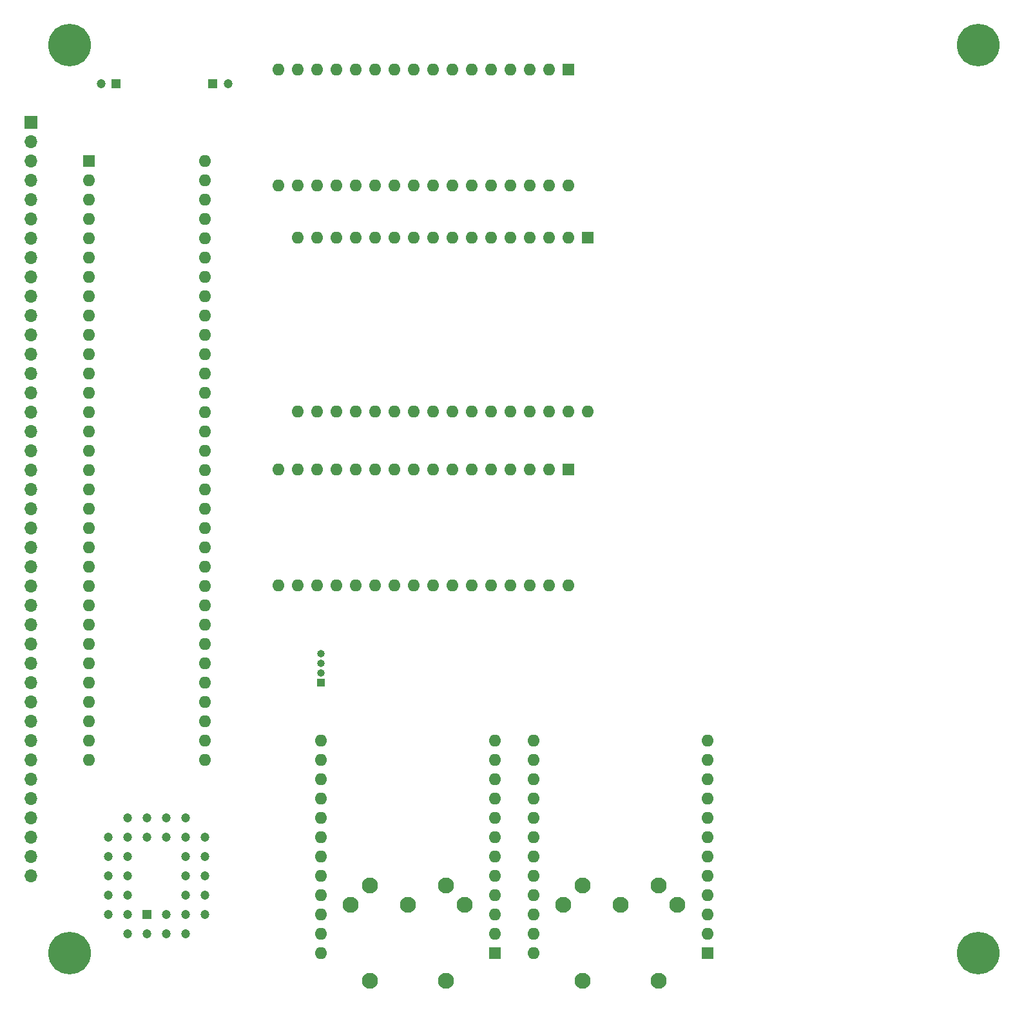
<source format=gbr>
%TF.GenerationSoftware,KiCad,Pcbnew,7.0.5*%
%TF.CreationDate,2023-12-17T19:07:19+02:00*%
%TF.ProjectId,LCD Board,4c434420-426f-4617-9264-2e6b69636164,rev?*%
%TF.SameCoordinates,Original*%
%TF.FileFunction,Soldermask,Bot*%
%TF.FilePolarity,Negative*%
%FSLAX46Y46*%
G04 Gerber Fmt 4.6, Leading zero omitted, Abs format (unit mm)*
G04 Created by KiCad (PCBNEW 7.0.5) date 2023-12-17 19:07:19*
%MOMM*%
%LPD*%
G01*
G04 APERTURE LIST*
%ADD10R,1.600000X1.600000*%
%ADD11O,1.600000X1.600000*%
%ADD12C,5.600000*%
%ADD13R,1.200000X1.200000*%
%ADD14C,1.200000*%
%ADD15C,2.100000*%
%ADD16R,1.000000X1.000000*%
%ADD17O,1.000000X1.000000*%
%ADD18R,1.700000X1.700000*%
%ADD19O,1.700000X1.700000*%
G04 APERTURE END LIST*
D10*
%TO.C,B2*%
X121412000Y-93853000D03*
D11*
X118872000Y-93853000D03*
X116332000Y-93853000D03*
X113792000Y-93853000D03*
X111252000Y-93853000D03*
X108712000Y-93853000D03*
X106172000Y-93853000D03*
X103632000Y-93853000D03*
X101092000Y-93853000D03*
X98552000Y-93853000D03*
X96012000Y-93853000D03*
X93472000Y-93853000D03*
X90932000Y-93853000D03*
X88392000Y-93853000D03*
X85852000Y-93853000D03*
X83312000Y-93853000D03*
X83312000Y-109093000D03*
X85852000Y-109093000D03*
X88392000Y-109093000D03*
X90932000Y-109093000D03*
X93472000Y-109093000D03*
X96012000Y-109093000D03*
X98552000Y-109093000D03*
X101092000Y-109093000D03*
X103632000Y-109093000D03*
X106172000Y-109093000D03*
X108712000Y-109093000D03*
X111252000Y-109093000D03*
X113792000Y-109093000D03*
X116332000Y-109093000D03*
X118872000Y-109093000D03*
X121412000Y-109093000D03*
%TD*%
D10*
%TO.C,B16*%
X58420000Y-53340000D03*
D11*
X58420000Y-55880000D03*
X58420000Y-58420000D03*
X58420000Y-60960000D03*
X58420000Y-63500000D03*
X58420000Y-66040000D03*
X58420000Y-68580000D03*
X58420000Y-71120000D03*
X58420000Y-73660000D03*
X58420000Y-76200000D03*
X58420000Y-78740000D03*
X58420000Y-81280000D03*
X58420000Y-83820000D03*
X58420000Y-86360000D03*
X58420000Y-88900000D03*
X58420000Y-91440000D03*
X58420000Y-93980000D03*
X58420000Y-96520000D03*
X58420000Y-99060000D03*
X58420000Y-101600000D03*
X58420000Y-104140000D03*
X58420000Y-106680000D03*
X58420000Y-109220000D03*
X58420000Y-111760000D03*
X58420000Y-114300000D03*
X58420000Y-116840000D03*
X58420000Y-119380000D03*
X58420000Y-121920000D03*
X58420000Y-124460000D03*
X58420000Y-127000000D03*
X58420000Y-129540000D03*
X58420000Y-132080000D03*
X73660000Y-132080000D03*
X73660000Y-129540000D03*
X73660000Y-127000000D03*
X73660000Y-124460000D03*
X73660000Y-121920000D03*
X73660000Y-119380000D03*
X73660000Y-116840000D03*
X73660000Y-114300000D03*
X73660000Y-111760000D03*
X73660000Y-109220000D03*
X73660000Y-106680000D03*
X73660000Y-104140000D03*
X73660000Y-101600000D03*
X73660000Y-99060000D03*
X73660000Y-96520000D03*
X73660000Y-93980000D03*
X73660000Y-91440000D03*
X73660000Y-88900000D03*
X73660000Y-86360000D03*
X73660000Y-83820000D03*
X73660000Y-81280000D03*
X73660000Y-78740000D03*
X73660000Y-76200000D03*
X73660000Y-73660000D03*
X73660000Y-71120000D03*
X73660000Y-68580000D03*
X73660000Y-66040000D03*
X73660000Y-63500000D03*
X73660000Y-60960000D03*
X73660000Y-58420000D03*
X73660000Y-55880000D03*
X73660000Y-53340000D03*
%TD*%
D12*
%TO.C,H4*%
X175260000Y-38100000D03*
%TD*%
D13*
%TO.C,C4*%
X74708000Y-43180000D03*
D14*
X76708000Y-43180000D03*
%TD*%
D10*
%TO.C,B1*%
X123952000Y-63373000D03*
D11*
X121412000Y-63373000D03*
X118872000Y-63373000D03*
X116332000Y-63373000D03*
X113792000Y-63373000D03*
X111252000Y-63373000D03*
X108712000Y-63373000D03*
X106172000Y-63373000D03*
X103632000Y-63373000D03*
X101092000Y-63373000D03*
X98552000Y-63373000D03*
X96012000Y-63373000D03*
X93472000Y-63373000D03*
X90932000Y-63373000D03*
X88392000Y-63373000D03*
X85852000Y-63373000D03*
X85852000Y-86233000D03*
X88392000Y-86233000D03*
X90932000Y-86233000D03*
X93472000Y-86233000D03*
X96012000Y-86233000D03*
X98552000Y-86233000D03*
X101092000Y-86233000D03*
X103632000Y-86233000D03*
X106172000Y-86233000D03*
X108712000Y-86233000D03*
X111252000Y-86233000D03*
X113792000Y-86233000D03*
X116332000Y-86233000D03*
X118872000Y-86233000D03*
X121412000Y-86233000D03*
X123952000Y-86233000D03*
%TD*%
D12*
%TO.C,H1*%
X55880000Y-38100000D03*
%TD*%
D15*
%TO.C,B4*%
X107830000Y-151130000D03*
X105330000Y-161130000D03*
X105330000Y-148630000D03*
X100330000Y-151130000D03*
X95330000Y-161130000D03*
X95330000Y-148630000D03*
X92830000Y-151130000D03*
D10*
X111760000Y-157480000D03*
D11*
X111760000Y-154940000D03*
X111760000Y-152400000D03*
X111760000Y-149860000D03*
X111760000Y-147320000D03*
X111760000Y-144780000D03*
X111760000Y-142240000D03*
X111760000Y-139700000D03*
X111760000Y-137160000D03*
X111760000Y-134620000D03*
X111760000Y-132080000D03*
X111760000Y-129540000D03*
X88900000Y-129540000D03*
X88900000Y-132080000D03*
X88900000Y-134620000D03*
X88900000Y-137160000D03*
X88900000Y-139700000D03*
X88900000Y-142240000D03*
X88900000Y-144780000D03*
X88900000Y-147320000D03*
X88900000Y-149860000D03*
X88900000Y-152400000D03*
X88900000Y-154940000D03*
X88900000Y-157480000D03*
%TD*%
D12*
%TO.C,H3*%
X55880000Y-157480000D03*
%TD*%
D16*
%TO.C,J2*%
X88900000Y-121920000D03*
D17*
X88900000Y-120650000D03*
X88900000Y-119380000D03*
X88900000Y-118110000D03*
%TD*%
D12*
%TO.C,H2*%
X175260000Y-157480000D03*
%TD*%
D13*
%TO.C,C3*%
X62008000Y-43180000D03*
D14*
X60008000Y-43180000D03*
%TD*%
D13*
%TO.C,IC1*%
X66040000Y-152400000D03*
D14*
X68580000Y-154940000D03*
X68580000Y-152400000D03*
X71120000Y-154940000D03*
X73660000Y-152400000D03*
X71120000Y-152400000D03*
X73660000Y-149860000D03*
X71120000Y-149860000D03*
X73660000Y-147320000D03*
X71120000Y-147320000D03*
X73660000Y-144780000D03*
X71120000Y-144780000D03*
X73660000Y-142240000D03*
X71120000Y-139700000D03*
X71120000Y-142240000D03*
X68580000Y-139700000D03*
X68580000Y-142240000D03*
X66040000Y-139700000D03*
X66040000Y-142240000D03*
X63500000Y-139700000D03*
X60960000Y-142240000D03*
X63500000Y-142240000D03*
X60960000Y-144780000D03*
X63500000Y-144780000D03*
X60960000Y-147320000D03*
X63500000Y-147320000D03*
X60960000Y-149860000D03*
X63500000Y-149860000D03*
X60960000Y-152400000D03*
X63500000Y-154940000D03*
X63500000Y-152400000D03*
X66040000Y-154940000D03*
%TD*%
D15*
%TO.C,B5*%
X135770000Y-151130000D03*
X133270000Y-161130000D03*
X133270000Y-148630000D03*
X128270000Y-151130000D03*
X123270000Y-161130000D03*
X123270000Y-148630000D03*
X120770000Y-151130000D03*
D10*
X139700000Y-157480000D03*
D11*
X139700000Y-154940000D03*
X139700000Y-152400000D03*
X139700000Y-149860000D03*
X139700000Y-147320000D03*
X139700000Y-144780000D03*
X139700000Y-142240000D03*
X139700000Y-139700000D03*
X139700000Y-137160000D03*
X139700000Y-134620000D03*
X139700000Y-132080000D03*
X139700000Y-129540000D03*
X116840000Y-129540000D03*
X116840000Y-132080000D03*
X116840000Y-134620000D03*
X116840000Y-137160000D03*
X116840000Y-139700000D03*
X116840000Y-142240000D03*
X116840000Y-144780000D03*
X116840000Y-147320000D03*
X116840000Y-149860000D03*
X116840000Y-152400000D03*
X116840000Y-154940000D03*
X116840000Y-157480000D03*
%TD*%
D10*
%TO.C,B3*%
X121412000Y-41275000D03*
D11*
X118872000Y-41275000D03*
X116332000Y-41275000D03*
X113792000Y-41275000D03*
X111252000Y-41275000D03*
X108712000Y-41275000D03*
X106172000Y-41275000D03*
X103632000Y-41275000D03*
X101092000Y-41275000D03*
X98552000Y-41275000D03*
X96012000Y-41275000D03*
X93472000Y-41275000D03*
X90932000Y-41275000D03*
X88392000Y-41275000D03*
X85852000Y-41275000D03*
X83312000Y-41275000D03*
X83312000Y-56515000D03*
X85852000Y-56515000D03*
X88392000Y-56515000D03*
X90932000Y-56515000D03*
X93472000Y-56515000D03*
X96012000Y-56515000D03*
X98552000Y-56515000D03*
X101092000Y-56515000D03*
X103632000Y-56515000D03*
X106172000Y-56515000D03*
X108712000Y-56515000D03*
X111252000Y-56515000D03*
X113792000Y-56515000D03*
X116332000Y-56515000D03*
X118872000Y-56515000D03*
X121412000Y-56515000D03*
%TD*%
D18*
%TO.C,J1*%
X50800000Y-48260000D03*
D19*
X50800000Y-50800000D03*
X50800000Y-53340000D03*
X50800000Y-55880000D03*
X50800000Y-58420000D03*
X50800000Y-60960000D03*
X50800000Y-63500000D03*
X50800000Y-66040000D03*
X50800000Y-68580000D03*
X50800000Y-71120000D03*
X50800000Y-73660000D03*
X50800000Y-76200000D03*
X50800000Y-78740000D03*
X50800000Y-81280000D03*
X50800000Y-83820000D03*
X50800000Y-86360000D03*
X50800000Y-88900000D03*
X50800000Y-91440000D03*
X50800000Y-93980000D03*
X50800000Y-96520000D03*
X50800000Y-99060000D03*
X50800000Y-101600000D03*
X50800000Y-104140000D03*
X50800000Y-106680000D03*
X50800000Y-109220000D03*
X50800000Y-111760000D03*
X50800000Y-114300000D03*
X50800000Y-116840000D03*
X50800000Y-119380000D03*
X50800000Y-121920000D03*
X50800000Y-124460000D03*
X50800000Y-127000000D03*
X50800000Y-129540000D03*
X50800000Y-132080000D03*
X50800000Y-134620000D03*
X50800000Y-137160000D03*
X50800000Y-139700000D03*
X50800000Y-142240000D03*
X50800000Y-144780000D03*
X50800000Y-147320000D03*
%TD*%
M02*

</source>
